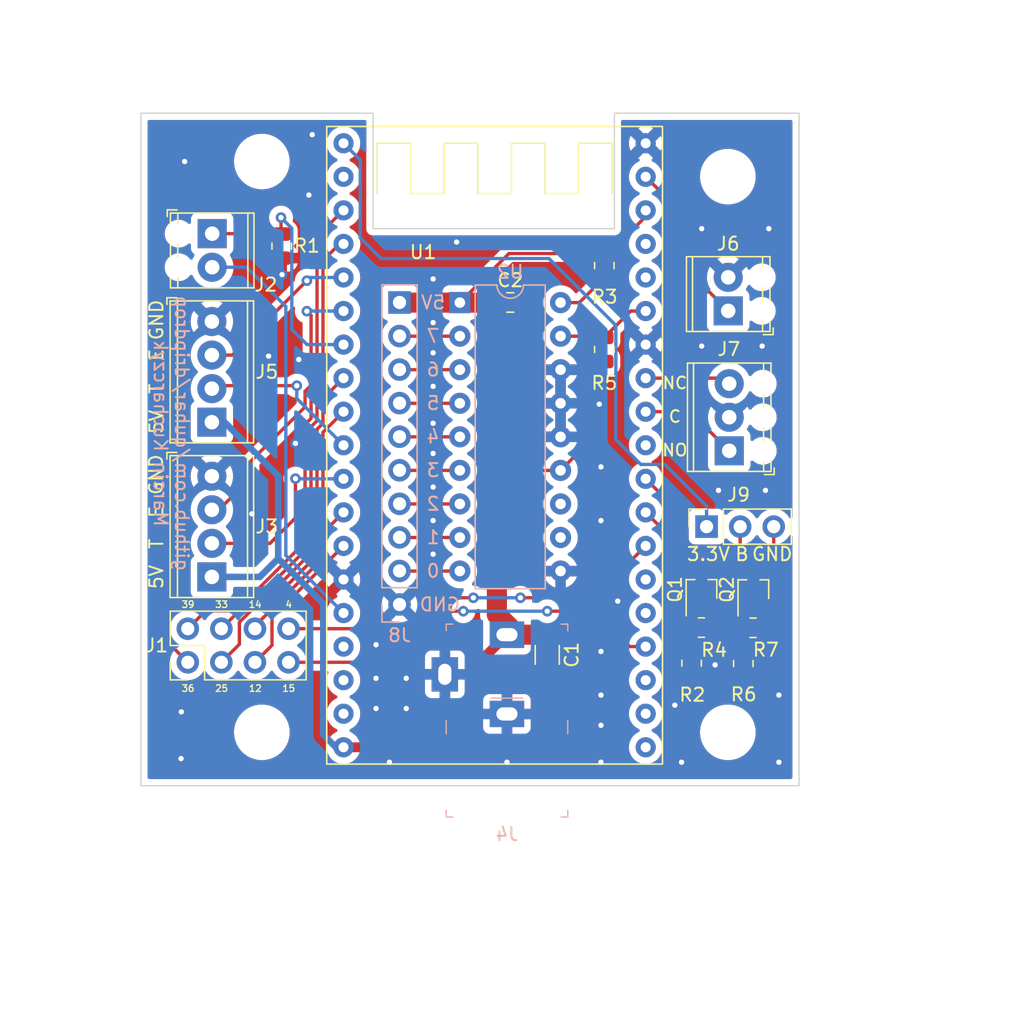
<source format=kicad_pcb>
(kicad_pcb (version 20211014) (generator pcbnew)
  (title_block (title "DripDrop") (date "2022-07-04") (rev "1") (company "Marcin Kucharczyk") (comment 1 "github.com/quhar/dripdrop"))
  (layers (0 "F.Cu" signal) (31 "B.Cu" signal) (34 "B.Paste" user) (35 "F.Paste" user) (36 "B.SilkS" user "B.Silkscreen") (37 "F.SilkS" user "F.Silkscreen") (38 "B.Mask" user) (39 "F.Mask" user) (44 "Edge.Cuts" user))
  (net 0 "")
  (net 1 "Net-(J1-Pad1)")
  (net 2 "Net-(J1-Pad2)")
  (net 3 "Net-(J1-Pad3)")
  (net 4 "Net-(J1-Pad5)")
  (net 5 "Net-(J1-Pad6)")
  (net 6 "Net-(J1-Pad8)")
  (net 7 "Net-(J2-Pad1)")
  (net 8 "Net-(J2-Pad2)")
  (net 9 "+5V")
  (net 10 "GND")
  (net 11 "Net-(J7-Pad3)")
  (net 12 "3.3V")
  (net 13 "Net-(J6-Pad1)")
  (net 14 "Net-(Q1-Pad1)")
  (net 15 "Net-(Q2-Pad1)")
  (net 16 "SCL")
  (net 17 "GPIO17")
  (net 18 "SDA")
  (net 19 "GPIO16")
  (net 34 "Net-(J1-Pad4)")
  (net 35 "Net-(J1-Pad7)")
  (net 36 "Net-(J7-Pad1)")
  (net 37 "Net-(J8-Pad2)")
  (net 38 "Net-(J8-Pad3)")
  (net 39 "Net-(J8-Pad4)")
  (net 40 "Net-(J8-Pad5)")
  (net 41 "Net-(J8-Pad6)")
  (net 42 "Net-(J8-Pad7)")
  (net 43 "Net-(J8-Pad8)")
  (net 44 "Net-(J8-Pad9)")
  (net 45 "Net-(J9-Pad3)")
  (net 46 "Net-(J9-Pad2)")
  (net 47 "Net-(J3-Pad2)")
  (net 48 "Net-(J3-Pad3)")
  (net 49 "Net-(U1-Pad5)")
  (net 50 "Net-(U1-Pad10)")
  (footprint "MountingHole:MountingHole_3.2mm_M3" (layer "F.Cu") (at 97.282 104.1654)
    (fp_text reference "" (at 0 -4.2) (layer "F.SilkS"))
    (fp_text value "MountingHole_3.2mm_M3")
    (pad "" np_thru_hole circle (at 0 0) (size 3.2 3.2) (drill 3.2) (layers *.Cu *.Mask))
  )
  (footprint "Resistor_SMD:R_0805_2012Metric" (layer "F.Cu") (at 123.19 75.184 90)
    (fp_text reference "R5" (at -2.54 0 180) (layer "F.SilkS"))
    (fp_text value "4.7k")
    (pad "1" smd roundrect (at -0.9125 0 90) (size 1.025 1.4) (layers "F.Cu" "F.Paste" "F.Mask") (roundrect_rratio 0.243902) (net 9 "+5V"))
    (pad "2" smd roundrect (at 0.9125 0 90) (size 1.025 1.4) (layers "F.Cu" "F.Paste" "F.Mask") (roundrect_rratio 0.243902) (net 18 "SDA"))
  )
  (footprint "Package_TO_SOT_SMD:SOT-323_SC-70_Handsoldering" (layer "F.Cu") (at 134.4653 93.3552 90)
    (fp_text reference "Q2" (at 0 -2 90) (layer "F.SilkS"))
    (fp_text value "2N7002")
    (pad "1" smd rect (at -1.33 -0.65) (size 0.45 1.5) (layers "F.Cu" "F.Paste" "F.Mask") (net 15 "Net-(Q2-Pad1)"))
    (pad "2" smd rect (at -1.33 0.65) (size 0.45 1.5) (layers "F.Cu" "F.Paste" "F.Mask") (net 10 "GND"))
    (pad "3" smd rect (at 1.33 0) (size 0.45 1.5) (layers "F.Cu" "F.Paste" "F.Mask") (net 45 "Net-(J9-Pad3)"))
  )
  (footprint "Connector_PinSocket_2.54mm:PinSocket_1x03_P2.54mm_Vertical" (layer "F.Cu") (at 130.9266 88.5956 90)
    (fp_text reference "J9" (at 2.4134 2.4234 180) (layer "F.SilkS"))
    (fp_text value "Garage remote")
    (pad "1" thru_hole rect (at 0 0 90) (size 1.7 1.7) (drill 1) (layers *.Cu *.Mask) (net 12 "3.3V"))
    (pad "2" thru_hole oval (at 0 2.54 90) (size 1.7 1.7) (drill 1) (layers *.Cu *.Mask) (net 46 "Net-(J9-Pad2)"))
    (pad "3" thru_hole oval (at 0 5.08 90) (size 1.7 1.7) (drill 1) (layers *.Cu *.Mask) (net 45 "Net-(J9-Pad3)"))
  )
  (footprint "TerminalBlock_Phoenix:TerminalBlock_Phoenix_MPT-0,5-2-2.54_1x02_P2.54mm_Horizontal" (layer "F.Cu") (at 93.5228 66.421 -90)
    (fp_text reference "J2" (at 3.8608 -4.064) (layer "F.SilkS"))
    (fp_text value "WH Termistor")
    (pad "" np_thru_hole circle (at 2.54 2.54 270) (size 1.1 1.1) (drill 1.1) (layers *.Cu *.Mask))
    (pad "" np_thru_hole circle (at 0 2.54 270) (size 1.1 1.1) (drill 1.1) (layers *.Cu *.Mask))
    (pad "1" thru_hole rect (at 0 0 270) (size 2.2 2.2) (drill 1.1) (layers *.Cu *.Mask) (net 7 "Net-(J2-Pad1)"))
    (pad "2" thru_hole circle (at 2.54 0 270) (size 2.2 2.2) (drill 1.1) (layers *.Cu *.Mask) (net 8 "Net-(J2-Pad2)"))
  )
  (footprint "Resistor_SMD:R_0805_2012Metric" (layer "F.Cu") (at 134.4418 96.2508)
    (fp_text reference "R7" (at 0.9656 1.6662) (layer "F.SilkS"))
    (fp_text value "10k")
    (pad "1" smd roundrect (at -0.9125 0) (size 1.025 1.4) (layers "F.Cu" "F.Paste" "F.Mask") (roundrect_rratio 0.243902) (net 15 "Net-(Q2-Pad1)"))
    (pad "2" smd roundrect (at 0.9125 0) (size 1.025 1.4) (layers "F.Cu" "F.Paste" "F.Mask") (roundrect_rratio 0.243902) (net 10 "GND"))
  )
  (footprint "Resistor_SMD:R_0805_2012Metric" (layer "F.Cu") (at 130.5385 96.2367)
    (fp_text reference "R4" (at 0.955 1.6995) (layer "F.SilkS"))
    (fp_text value "10k")
    (pad "1" smd roundrect (at -0.9125 0) (size 1.025 1.4) (layers "F.Cu" "F.Paste" "F.Mask") (roundrect_rratio 0.243902) (net 14 "Net-(Q1-Pad1)"))
    (pad "2" smd roundrect (at 0.9125 0) (size 1.025 1.4) (layers "F.Cu" "F.Paste" "F.Mask") (roundrect_rratio 0.243902) (net 10 "GND"))
  )
  (footprint "MountingHole:MountingHole_3.2mm_M3" (layer "F.Cu") (at 97.282 60.96)
    (fp_text reference "" (at 0 -4.2) (layer "F.SilkS"))
    (fp_text value "MountingHole_3.2mm_M3")
    (pad "" np_thru_hole circle (at 0 0) (size 3.2 3.2) (drill 3.2) (layers *.Cu *.Mask))
  )
  (footprint "Resistor_SMD:R_0805_2012Metric" (layer "F.Cu") (at 98.7806 67.3608 -90)
    (fp_text reference "R1" (at -0.0254 -1.905 180) (layer "F.SilkS"))
    (fp_text value "100k")
    (pad "1" smd roundrect (at -0.9125 0 270) (size 1.025 1.4) (layers "F.Cu" "F.Paste" "F.Mask") (roundrect_rratio 0.243902) (net 7 "Net-(J2-Pad1)"))
    (pad "2" smd roundrect (at 0.9125 0 270) (size 1.025 1.4) (layers "F.Cu" "F.Paste" "F.Mask") (roundrect_rratio 0.243902) (net 10 "GND"))
  )
  (footprint "Connector_PinHeader_2.54mm:PinHeader_2x04_P2.54mm_Vertical" (layer "F.Cu") (at 91.6786 98.8618 90)
    (fp_text reference "J1" (at 1.27 -2.3468 180) (layer "F.SilkS"))
    (fp_text value "Conn_01x08_Male")
    (pad "1" thru_hole circle (at 0 0 90) (size 1.7 1.7) (drill 1) (layers *.Cu *.Mask) (net 1 "Net-(J1-Pad1)"))
    (pad "2" thru_hole oval (at 2.54 0 90) (size 1.7 1.7) (drill 1) (layers *.Cu *.Mask) (net 2 "Net-(J1-Pad2)"))
    (pad "3" thru_hole oval (at 0 2.54 90) (size 1.7 1.7) (drill 1) (layers *.Cu *.Mask) (net 3 "Net-(J1-Pad3)"))
    (pad "4" thru_hole oval (at 2.54 2.54 90) (size 1.7 1.7) (drill 1) (layers *.Cu *.Mask) (net 34 "Net-(J1-Pad4)"))
    (pad "5" thru_hole oval (at 0 5.08 90) (size 1.7 1.7) (drill 1) (layers *.Cu *.Mask) (net 4 "Net-(J1-Pad5)"))
    (pad "6" thru_hole oval (at 2.54 5.08 90) (size 1.7 1.7) (drill 1) (layers *.Cu *.Mask) (net 5 "Net-(J1-Pad6)"))
    (pad "7" thru_hole oval (at 0 7.62 90) (size 1.7 1.7) (drill 1) (layers *.Cu *.Mask) (net 35 "Net-(J1-Pad7)"))
    (pad "8" thru_hole oval (at 2.54 7.62 90) (size 1.7 1.7) (drill 1) (layers *.Cu *.Mask) (net 6 "Net-(J1-Pad8)"))
  )
  (footprint "TerminalBlock_Phoenix:TerminalBlock_Phoenix_MPT-0,5-2-2.54_1x02_P2.54mm_Horizontal" (layer "F.Cu") (at 132.5626 72.263 90)
    (fp_text reference "J6" (at 5.08 0 180) (layer "F.SilkS"))
    (fp_text value "Door open reed")
    (pad "" np_thru_hole circle (at 2.54 2.54 90) (size 1.1 1.1) (drill 1.1) (layers *.Cu *.Mask))
    (pad "" np_thru_hole circle (at 0 2.54 90) (size 1.1 1.1) (drill 1.1) (layers *.Cu *.Mask))
    (pad "1" thru_hole rect (at 0 0 90) (size 2.2 2.2) (drill 1.1) (layers *.Cu *.Mask) (net 13 "Net-(J6-Pad1)"))
    (pad "2" thru_hole circle (at 2.54 0 90) (size 2.2 2.2) (drill 1.1) (layers *.Cu *.Mask) (net 10 "GND"))
  )
  (footprint "Resistor_SMD:R_0805_2012Metric" (layer "F.Cu") (at 123.19 68.834 90)
    (fp_text reference "R3" (at -2.3622 0.0254 180) (layer "F.SilkS"))
    (fp_text value "4.7k")
    (pad "1" smd roundrect (at -0.9125 0 90) (size 1.025 1.4) (layers "F.Cu" "F.Paste" "F.Mask") (roundrect_rratio 0.243902) (net 16 "SCL"))
    (pad "2" smd roundrect (at 0.9125 0 90) (size 1.025 1.4) (layers "F.Cu" "F.Paste" "F.Mask") (roundrect_rratio 0.243902) (net 9 "+5V"))
  )
  (footprint "Resistor_SMD:R_0805_2012Metric" (layer "F.Cu") (at 129.794 98.933 90)
    (fp_text reference "R2" (at -2.3876 0.0508 180) (layer "F.SilkS"))
    (fp_text value "100")
    (pad "1" smd roundrect (at -0.9125 0 90) (size 1.025 1.4) (layers "F.Cu" "F.Paste" "F.Mask") (roundrect_rratio 0.243902) (net 17 "GPIO17"))
    (pad "2" smd roundrect (at 0.9125 0 90) (size 1.025 1.4) (layers "F.Cu" "F.Paste" "F.Mask") (roundrect_rratio 0.243902) (net 14 "Net-(Q1-Pad1)"))
  )
  (footprint "qhr:NodeMCU 32S" (layer "F.Cu") (at 114.8888 82.436)
    (fp_text reference "U1" (at -5.4148 -14.618 unlocked) (layer "F.SilkS"))
    (fp_text value "NodeMCU_32s")
    (pad "1" thru_hole circle (at -11.43 -22.86) (size 1.524 1.524) (drill 0.762) (layers *.Cu *.Mask) (net 12 "3.3V"))
    (pad "2" thru_hole circle (at -11.43 -20.32) (size 1.524 1.524) (drill 0.762) (layers *.Cu *.Mask))
    (pad "3" thru_hole circle (at -11.43 -17.78) (size 1.524 1.524) (drill 0.762) (layers *.Cu *.Mask) (net 1 "Net-(J1-Pad1)"))
    (pad "4" thru_hole circle (at -11.43 -15.24) (size 1.524 1.524) (drill 0.762) (layers *.Cu *.Mask) (net 2 "Net-(J1-Pad2)"))
    (pad "5" thru_hole circle (at -11.43 -12.7) (size 1.524 1.524) (drill 0.762) (layers *.Cu *.Mask) (net 49 "Net-(U1-Pad5)"))
    (pad "6" thru_hole circle (at -11.43 -10.16) (size 1.524 1.524) (drill 0.762) (layers *.Cu *.Mask) (net 47 "Net-(J3-Pad2)"))
    (pad "7" thru_hole circle (at -11.43 -7.62) (size 1.524 1.524) (drill 0.762) (layers *.Cu *.Mask) (net 7 "Net-(J2-Pad1)"))
    (pad "8" thru_hole circle (at -11.43 -5.08) (size 1.524 1.524) (drill 0.762) (layers *.Cu *.Mask) (net 34 "Net-(J1-Pad4)"))
    (pad "9" thru_hole circle (at -11.43 -2.54) (size 1.524 1.524) (drill 0.762) (layers *.Cu *.Mask) (net 3 "Net-(J1-Pad3)"))
    (pad "10" thru_hole circle (at -11.43 0) (size 1.524 1.524) (drill 0.762) (layers *.Cu *.Mask) (net 50 "Net-(U1-Pad10)"))
    (pad "11" thru_hole circle (at -11.43 2.54) (size 1.524 1.524) (drill 0.762) (layers *.Cu *.Mask) (net 48 "Net-(J3-Pad3)"))
    (pad "12" thru_hole circle (at -11.43 5.08) (size 1.524 1.524) (drill 0.762) (layers *.Cu *.Mask) (net 5 "Net-(J1-Pad6)"))
    (pad "13" thru_hole circle (at -11.43 7.62) (size 1.524 1.524) (drill 0.762) (layers *.Cu *.Mask) (net 4 "Net-(J1-Pad5)"))
    (pad "14" thru_hole circle (at -11.43 10.16) (size 1.524 1.524) (drill 0.762) (layers *.Cu *.Mask) (net 10 "GND"))
    (pad "15" thru_hole circle (at -11.43 12.7) (size 1.524 1.524) (drill 0.762) (layers *.Cu *.Mask) (net 8 "Net-(J2-Pad2)"))
    (pad "16" thru_hole circle (at -11.43 15.24) (size 1.524 1.524) (drill 0.762) (layers *.Cu *.Mask))
    (pad "17" thru_hole circle (at -11.43 17.78) (size 1.524 1.524) (drill 0.762) (layers *.Cu *.Mask))
    (pad "18" thru_hole circle (at -11.43 20.32) (size 1.524 1.524) (drill 0.762) (layers *.Cu *.Mask))
    (pad "19" thru_hole circle (at -11.43 22.86) (size 1.524 1.524) (drill 0.762) (layers *.Cu *.Mask) (net 9 "+5V"))
    (pad "20" thru_hole circle (at 11.43 22.86) (size 1.524 1.524) (drill 0.762) (layers *.Cu *.Mask))
    (pad "21" thru_hole circle (at 11.43 20.32) (size 1.524 1.524) (drill 0.762) (layers *.Cu *.Mask))
    (pad "22" thru_hole circle (at 11.43 17.78) (size 1.524 1.524) (drill 0.762) (layers *.Cu *.Mask))
    (pad "23" thru_hole circle (at 11.43 15.24) (size 1.524 1.524) (drill 0.762) (layers *.Cu *.Mask) (net 35 "Net-(J1-Pad7)"))
    (pad "24" thru_hole circle (at 11.43 12.7) (size 1.524 1.524) (drill 0.762) (layers *.Cu *.Mask))
    (pad "25" thru_hole circle (at 11.43 10.16) (size 1.524 1.524) (drill 0.762) (layers *.Cu *.Mask))
    (pad "26" thru_hole circle (at 11.43 7.62) (size 1.524 1.524) (drill 0.762) (layers *.Cu *.Mask) (net 6 "Net-(J1-Pad8)"))
    (pad "27" thru_hole circle (at 11.43 5.08) (size 1.524 1.524) (drill 0.762) (layers *.Cu *.Mask) (net 19 "GPIO16"))
    (pad "28" thru_hole circle (at 11.43 2.54) (size 1.524 1.524) (drill 0.762) (layers *.Cu *.Mask) (net 17 "GPIO17"))
    (pad "29" thru_hole circle (at 11.43 0) (size 1.524 1.524) (drill 0.762) (layers *.Cu *.Mask))
    (pad "30" thru_hole circle (at 11.43 -2.54) (size 1.524 1.524) (drill 0.762) (layers *.Cu *.Mask) (net 36 "Net-(J7-Pad1)"))
    (pad "31" thru_hole circle (at 11.43 -5.08) (size 1.524 1.524) (drill 0.762) (layers *.Cu *.Mask) (net 11 "Net-(J7-Pad3)"))
    (pad "32" thru_hole circle (at 11.43 -7.62) (size 1.524 1.524) (drill 0.762) (layers *.Cu *.Mask) (net 10 "GND"))
    (pad "33" thru_hole circle (at 11.43 -10.16) (size 1.524 1.524) (drill 0.762) (layers *.Cu *.Mask) (net 18 "SDA"))
    (pad "34" thru_hole circle (at 11.43 -12.7) (size 1.524 1.524) (drill 0.762) (layers *.Cu *.Mask))
    (pad "35" thru_hole circle (at 11.43 -15.24) (size 1.524 1.524) (drill 0.762) (layers *.Cu *.Mask))
    (pad "36" thru_hole circle (at 11.43 -17.78) (size 1.524 1.524) (drill 0.762) (layers *.Cu *.Mask) (net 16 "SCL"))
    (pad "37" thru_hole circle (at 11.43 -20.32) (size 1.524 1.524) (drill 0.762) (layers *.Cu *.Mask) (net 13 "Net-(J6-Pad1)"))
    (pad "38" thru_hole circle (at 11.43 -22.86) (size 1.524 1.524) (drill 0.762) (layers *.Cu *.Mask) (net 10 "GND"))
  )
  (footprint "TerminalBlock_Phoenix:TerminalBlock_Phoenix_MPT-0,5-4-2.54_1x04_P2.54mm_Horizontal" (layer "F.Cu") (at 93.4974 73.0708 -90)
    (fp_text reference "J5" (at 3.81 -4.16) (layer "F.SilkS"))
    (fp_text value "Ultrasonic Sensor")
    (pad "1" thru_hole circle (at 0 0 270) (size 2.2 2.2) (drill 1.1) (layers *.Cu *.Mask) (net 10 "GND"))
    (pad "2" thru_hole circle (at 2.54 0 270) (size 2.2 2.2) (drill 1.1) (layers *.Cu *.Mask) (net 49 "Net-(U1-Pad5)"))
    (pad "3" thru_hole circle (at 5.08 0 270) (size 2.2 2.2) (drill 1.1) (layers *.Cu *.Mask) (net 50 "Net-(U1-Pad10)"))
    (pad "4" thru_hole rect (at 7.62 0 270) (size 2.2 2.2) (drill 1.1) (layers *.Cu *.Mask) (net 9 "+5V"))
  )
  (footprint "Capacitor_SMD:C_1206_3216Metric_Pad1.33x1.80mm_HandSolder" (layer "F.Cu") (at 118.872 98.298 -90)
    (fp_text reference "C1" (at 0 -1.85 90) (layer "F.SilkS"))
    (fp_text value "10uF")
    (pad "1" smd roundrect (at -1.5625 0 270) (size 1.325 1.8) (layers "F.Cu" "F.Paste" "F.Mask") (roundrect_rratio 0.188679) (net 9 "+5V"))
    (pad "2" smd roundrect (at 1.5625 0 270) (size 1.325 1.8) (layers "F.Cu" "F.Paste" "F.Mask") (roundrect_rratio 0.188679) (net 10 "GND"))
  )
  (footprint "Capacitor_SMD:C_0805_2012Metric_Pad1.18x1.45mm_HandSolder" (layer "F.Cu") (at 116.078 71.628)
    (fp_text reference "C2" (at 0 -1.68) (layer "F.SilkS"))
    (fp_text value "100nF")
    (pad "1" smd roundrect (at -1.0375 0) (size 1.175 1.45) (layers "F.Cu" "F.Paste" "F.Mask") (roundrect_rratio 0.212766) (net 9 "+5V"))
    (pad "2" smd roundrect (at 1.0375 0) (size 1.175 1.45) (layers "F.Cu" "F.Paste" "F.Mask") (roundrect_rratio 0.212766) (net 10 "GND"))
  )
  (footprint "Package_TO_SOT_SMD:SOT-323_SC-70_Handsoldering" (layer "F.Cu") (at 130.5385 93.3411 90)
    (fp_text reference "Q1" (at 0 -2 90) (layer "F.SilkS"))
    (fp_text value "2N7002")
    (pad "1" smd rect (at -1.33 -0.65) (size 0.45 1.5) (layers "F.Cu" "F.Paste" "F.Mask") (net 14 "Net-(Q1-Pad1)"))
    (pad "2" smd rect (at -1.33 0.65) (size 0.45 1.5) (layers "F.Cu" "F.Paste" "F.Mask") (net 10 "GND"))
    (pad "3" smd rect (at 1.33 0) (size 0.45 1.5) (layers "F.Cu" "F.Paste" "F.Mask") (net 46 "Net-(J9-Pad2)"))
  )
  (footprint "TerminalBlock_Phoenix:TerminalBlock_Phoenix_MPT-0,5-3-2.54_1x03_P2.54mm_Horizontal" (layer "F.Cu") (at 132.6388 82.8548 90)
    (fp_text reference "J7" (at 7.6962 -0.0254 180) (layer "F.SilkS"))
    (fp_text value "Door closed reed")
    (pad "" np_thru_hole circle (at 5.08 2.54 90) (size 1.1 1.1) (drill 1.1) (layers *.Cu *.Mask))
    (pad "" np_thru_hole circle (at 2.54 2.54 90) (size 1.1 1.1) (drill 1.1) (layers *.Cu *.Mask))
    (pad "" np_thru_hole circle (at 0 2.54 90) (size 1.1 1.1) (drill 1.1) (layers *.Cu *.Mask))
    (pad "1" thru_hole rect (at 0 0 90) (size 2.2 2.2) (drill 1.1) (layers *.Cu *.Mask) (net 36 "Net-(J7-Pad1)"))
    (pad "2" thru_hole circle (at 2.54 0 90) (size 2.2 2.2) (drill 1.1) (layers *.Cu *.Mask) (net 10 "GND"))
    (pad "3" thru_hole circle (at 5.08 0 90) (size 2.2 2.2) (drill 1.1) (layers *.Cu *.Mask) (net 11 "Net-(J7-Pad3)"))
  )
  (footprint "TerminalBlock_Phoenix:TerminalBlock_Phoenix_MPT-0,5-4-2.54_1x04_P2.54mm_Horizontal" (layer "F.Cu") (at 93.4974 84.7802 -90)
    (fp_text reference "J3" (at 3.81 -4.16 180) (layer "F.SilkS"))
    (fp_text value "Ultrasonic Sensor")
    (pad "1" thru_hole circle (at 0 0 270) (size 2.2 2.2) (drill 1.1) (layers *.Cu *.Mask) (net 10 "GND"))
    (pad "2" thru_hole circle (at 2.54 0 270) (size 2.2 2.2) (drill 1.1) (layers *.Cu *.Mask) (net 47 "Net-(J3-Pad2)"))
    (pad "3" thru_hole circle (at 5.08 0 270) (size 2.2 2.2) (drill 1.1) (layers *.Cu *.Mask) (net 48 "Net-(J3-Pad3)"))
    (pad "4" thru_hole rect (at 7.62 0 270) (size 2.2 2.2) (drill 1.1) (layers *.Cu *.Mask) (net 9 "+5V"))
  )
  (footprint "Resistor_SMD:R_0805_2012Metric" (layer "F.Cu") (at 133.7056 98.9584 90)
    (fp_text reference "R6" (at -2.3368 0.0254) (layer "F.SilkS"))
    (fp_text value "100")
    (pad "1" smd roundrect (at -0.9125 0 90) (size 1.025 1.4) (layers "F.Cu" "F.Paste" "F.Mask") (roundrect_rratio 0.243902) (net 19 "GPIO16"))
    (pad "2" smd roundrect (at 0.9125 0 90) (size 1.025 1.4) (layers "F.Cu" "F.Paste" "F.Mask") (roundrect_rratio 0.243902) (net 15 "Net-(Q2-Pad1)"))
  )
  (footprint "MountingHole:MountingHole_3.2mm_M3" (layer "F.Cu") (at 132.5372 104.1654)
    (fp_text reference "" (at 0.4826 -13.1064) (layer "F.SilkS"))
    (fp_text value "MountingHole_3.2mm_M3")
    (pad "" np_thru_hole circle (at 0 0) (size 3.2 3.2) (drill 3.2) (layers *.Cu *.Mask))
  )
  (footprint "MountingHole:MountingHole_3.2mm_M3" (layer "F.Cu") (at 132.5372 62.103)
    (fp_text reference "" (at 0.4826 -13.1064) (layer "F.SilkS"))
    (fp_text value "MountingHole_3.2mm_M3")
    (pad "" np_thru_hole circle (at 0 0) (size 3.2 3.2) (drill 3.2) (layers *.Cu *.Mask))
  )
  (footprint "digikey-footprints:Barrel_Jack_5.5mmODx2.1mmID_PJ-102A" (layer "B.Cu") (at 115.824 99.774)
    (fp_text reference "J4" (at 0 12.1 180) (layer "B.SilkS") (effects (justify mirror)))
    (fp_text value "PJ-202A")
    (pad "1" thru_hole rect locked (at 0 -3) (size 2.6 2) (drill oval 1.6 1) (layers *.Cu *.Mask) (net 9 "+5V"))
    (pad "2" thru_hole rect locked (at 0 3) (size 2.6 2) (drill oval 1.6 1) (layers *.Cu *.Mask) (net 10 "GND"))
    (pad "3" thru_hole rect locked (at -4.7 0) (size 2 2.6) (drill oval 1 1.6) (layers *.Cu *.Mask) (net 10 "GND"))
  )
  (footprint "Package_DIP:DIP-18_W7.62mm" (layer "B.Cu") (at 119.878 71.638 180)
    (fp_text reference "U2" (at 3.81 2.33) (layer "B.SilkS") (effects (justify mirror)))
    (fp_text value "MCP23008-xP")
    (pad "1" thru_hole circle (at 0 0 180) (size 1.6 1.6) (drill 0.8) (layers *.Cu *.Mask) (net 16 "SCL"))
    (pad "2" thru_hole oval (at 0 -2.54 180) (size 1.6 1.6) (drill 0.8) (layers *.Cu *.Mask) (net 18 "SDA"))
    (pad "3" thru_hole oval (at 0 -5.08 180) (size 1.6 1.6) (drill 0.8) (layers *.Cu *.Mask) (net 10 "GND"))
    (pad "4" thru_hole oval (at 0 -7.62 180) (size 1.6 1.6) (drill 0.8) (layers *.Cu *.Mask) (net 10 "GND"))
    (pad "5" thru_hole oval (at 0 -10.16 180) (size 1.6 1.6) (drill 0.8) (layers *.Cu *.Mask) (net 10 "GND"))
    (pad "6" thru_hole oval (at 0 -12.7 180) (size 1.6 1.6) (drill 0.8) (layers *.Cu *.Mask) (net 9 "+5V"))
    (pad "7" thru_hole oval (at 0 -15.24 180) (size 1.6 1.6) (drill 0.8) (layers *.Cu *.Mask))
    (pad "8" thru_hole oval (at 0 -17.78 180) (size 1.6 1.6) (drill 0.8) (layers *.Cu *.Mask))
    (pad "9" thru_hole oval (at 0 -20.32 180) (size 1.6 1.6) (drill 0.8) (layers *.Cu *.Mask) (net 10 "GND"))
    (pad "10" thru_hole oval (at 7.62 -20.32 180) (size 1.6 1.6) (drill 0.8) (layers *.Cu *.Mask) (net 37 "Net-(J8-Pad2)"))
    (pad "11" thru_hole oval (at 7.62 -17.78 180) (size 1.6 1.6) (drill 0.8) (layers *.Cu *.Mask) (net 38 "Net-(J8-Pad3)"))
    (pad "12" thru_hole oval (at 7.62 -15.24 180) (size 1.6 1.6) (drill 0.8) (layers *.Cu *.Mask) (net 39 "Net-(J8-Pad4)"))
    (pad "13" thru_hole oval (at 7.62 -12.7 180) (size 1.6 1.6) (drill 0.8) (layers *.Cu *.Mask) (net 40 "Net-(J8-Pad5)"))
    (pad "14" thru_hole oval (at 7.62 -10.16 180) (size 1.6 1.6) (drill 0.8) (layers *.Cu *.Mask) (net 41 "Net-(J8-Pad6)"))
    (pad "15" thru_hole oval (at 7.62 -7.62 180) (size 1.6 1.6) (drill 0.8) (layers *.Cu *.Mask) (net 42 "Net-(J8-Pad7)"))
    (pad "16" thru_hole oval (at 7.62 -5.08 180) (size 1.6 1.6) (drill 0.8) (layers *.Cu *.Mask) (net 43 "Net-(J8-Pad8)"))
    (pad "17" thru_hole oval (at 7.62 -2.54 180) (size 1.6 1.6) (drill 0.8) (layers *.Cu *.Mask) (net 44 "Net-(J8-Pad9)"))
    (pad "18" thru_hole rect (at 7.62 0 180) (size 1.6 1.6) (drill 0.8) (layers *.Cu *.Mask) (net 9 "+5V"))
  )
  (footprint "Connector_PinHeader_2.54mm:PinHeader_1x10_P2.54mm_Vertical" (layer "B.Cu") (at 107.696 94.488)
    (fp_text reference "J8" (at 0 2.33 180) (layer "B.SilkS") (effects (justify mirror)))
    (fp_text value "Relay module")
    (pad "1" thru_hole circle (at 0 0) (size 1.7 1.7) (drill 1) (layers *.Cu *.Mask) (net 10 "GND"))
    (pad "2" thru_hole oval (at 0 -2.54) (size 1.7 1.7) (drill 1) (layers *.Cu *.Mask) (net 37 "Net-(J8-Pad2)"))
    (pad "3" thru_hole oval (at 0 -5.08) (size 1.7 1.7) (drill 1) (layers *.Cu *.Mask) (net 38 "Net-(J8-Pad3)"))
    (pad "4" thru_hole oval (at 0 -7.62) (size 1.7 1.7) (drill 1) (layers *.Cu *.Mask) (net 39 "Net-(J8-Pad4)"))
    (pad "5" thru_hole oval (at 0 -10.16) (size 1.7 1.7) (drill 1) (layers *.Cu *.Mask) (net 40 "Net-(J8-Pad5)"))
    (pad "6" thru_hole oval (at 0 -12.7) (size 1.7 1.7) (drill 1) (layers *.Cu *.Mask) (net 41 "Net-(J8-Pad6)"))
    (pad "7" thru_hole oval (at 0 -15.24) (size 1.7 1.7) (drill 1) (layers *.Cu *.Mask) (net 42 "Net-(J8-Pad7)"))
    (pad "8" thru_hole oval (at 0 -17.78) (size 1.7 1.7) (drill 1) (layers *.Cu *.Mask) (net 43 "Net-(J8-Pad8)"))
    (pad "9" thru_hole oval (at 0 -20.32) (size 1.7 1.7) (drill 1) (layers *.Cu *.Mask) (net 44 "Net-(J8-Pad9)"))
    (pad "10" thru_hole rect (at 0 -22.86) (size 1.7 1.7) (drill 1) (layers *.Cu *.Mask) (net 9 "+5V"))
  )
  (gr_line (start 137.922 57.3024) (end 137.922 108.204) (layer "Edge.Cuts") (width 0.1))
  (gr_line (start 88.13 108.204) (end 88.13 57.3024) (layer "Edge.Cuts") (width 0.1))
  (gr_line (start 123.952 66.04) (end 105.6894 66.04) (layer "Edge.Cuts") (width 0.1))
  (gr_line (start 105.6894 57.3024) (end 88.13 57.3024) (layer "Edge.Cuts") (width 0.1))
  (gr_line (start 137.922 108.204) (end 88.13 108.204) (layer "Edge.Cuts") (width 0.1))
  (gr_line (start 123.952 57.3024) (end 123.952 66.04) (layer "Edge.Cuts") (width 0.1))
  (gr_line (start 123.952 57.3024) (end 137.922 57.3024) (layer "Edge.Cuts") (width 0.1))
  (gr_line (start 105.6894 66.04) (end 105.6894 57.3024) (layer "Edge.Cuts") (width 0.1))
  (gr_text "1" (at 110.236 89.408) (layer "B.SilkS") (effects (font (size 1 1)) (justify mirror)))
  (gr_text "2" (at 110.236 86.868) (layer "B.SilkS") (effects (font (size 1 1)) (justify mirror)))
  (gr_text "7" (at 110.236 74.168) (layer "B.SilkS") (effects (font (size 1 1)) (justify mirror)))
  (gr_text "5" (at 110.236 79.248) (layer "B.SilkS") (effects (font (size 1 1)) (justify mirror)))
  (gr_text "github.com/quhar/dripdrop\nMarcin Kucharczyk" (at 90.424 81.534 -90) (layer "B.SilkS") (effects (font (size 1 1)) (justify mirror)))
  (gr_text "6" (at 110.236 76.708) (layer "B.SilkS") (effects (font (size 1 1)) (justify mirror)))
  (gr_text "0" (at 110.236 91.948) (layer "B.SilkS") (effects (font (size 1 1)) (justify mirror)))
  (gr_text "5V" (at 110.236 71.628) (layer "B.SilkS") (effects (font (size 1 1)) (justify mirror)))
  (gr_text "4" (at 110.236 81.788) (layer "B.SilkS") (effects (font (size 1 1)) (justify mirror)))
  (gr_text "3" (at 110.236 84.328) (layer "B.SilkS") (effects (font (size 1 1)) (justify mirror)))
  (gr_text "GND" (at 110.744 94.488) (layer "B.SilkS") (effects (font (size 1 1)) (justify mirror)))
  (gr_text "E" (at 89.3064 75.5904 90) (layer "F.SilkS") (effects (font (size 1 1))))
  (gr_text "NO" (at 128.524 82.804) (layer "F.SilkS") (effects (font (size 0.9 0.9))))
  (gr_text "3.3V" (at 131.064 90.678) (layer "F.SilkS") (effects (font (size 1 1))))
  (gr_text "GND" (at 89.3064 72.9488 90) (layer "F.SilkS") (effects (font (size 1 1))))
  (gr_text "NC" (at 128.524 77.724) (layer "F.SilkS") (effects (font (size 0.9 0.9))))
  (gr_text "T" (at 89.3064 89.8906 90) (layer "F.SilkS") (effects (font (size 1 1))))
  (gr_text "33" (at 94.234 94.488) (layer "F.SilkS") (effects (font (size 0.5 0.5) (thickness 0.1))))
  (gr_text "39" (at 91.694 94.488) (layer "F.SilkS") (effects (font (size 0.5 0.5) (thickness 0.1))))
  (gr_text "5V" (at 89.3064 92.4052 90) (layer "F.SilkS") (effects (font (size 1 1))))
  (gr_text "36" (at 91.694 100.838) (layer "F.SilkS") (effects (font (size 0.5 0.5) (thickness 0.1))))
  (gr_text "14" (at 96.774 94.488) (layer "F.SilkS") (effects (font (size 0.5 0.5) (thickness 0.1))))
  (gr_text "4" (at 99.314 94.488) (layer "F.SilkS") (effects (font (size 0.5 0.5) (thickness 0.1))))
  (gr_text "C" (at 128.524 80.264) (layer "F.SilkS") (effects (font (size 0.9 0.9))))
  (gr_text "5V" (at 89.3064 80.6704 90) (layer "F.SilkS") (effects (font (size 1 1))))
  (gr_text "B" (at 133.604 90.678) (layer "F.SilkS") (effects (font (size 1 1))))
  (gr_text "12" (at 96.7886 100.838) (layer "F.SilkS") (effects (font (size 0.5 0.5) (thickness 0.1))))
  (gr_text "GND" (at 135.89 90.678) (layer "F.SilkS") (effects (font (size 1 1))))
  (gr_text "GND" (at 89.281 84.6582 90) (layer "F.SilkS") (effects (font (size 1 1))))
  (gr_text "T" (at 89.3064 78.1558 90) (layer "F.SilkS") (effects (font (size 1 1))))
  (gr_text "25" (at 94.234 100.838) (layer "F.SilkS") (effects (font (size 0.5 0.5) (thickness 0.1))))
  (gr_text "15" (at 99.314 100.838) (layer "F.SilkS") (effects (font (size 0.5 0.5) (thickness 0.1))))
  (gr_text "E" (at 89.3064 87.4776 90) (layer "F.SilkS") (effects (font (size 1 1))))
  (segment (start 91.2296 94.5206) (end 90.043 95.7072) (width 0.25) (layer "F.Cu") (net 1))
  (segment (start 100.5488 87.855728) (end 100.087374 88.317154) (width 0.25) (layer "F.Cu") (net 1))
  (segment (start 103.4588 64.656) (end 103.4412 64.656) (width 0.25) (layer "F.Cu") (net 1))
  (segment (start 101.4548 66.6424) (end 101.4548 78.08438) (width 0.25) (layer "F.Cu") (net 1))
  (segment (start 95.800832 93.463948) (end 94.74418 94.5206) (width 0.25) (layer "F.Cu") (net 1))
  (segment (start 101.4548 78.08438) (end 101.0028 78.53638) (width 0.25) (layer "F.Cu") (net 1))
  (segment (start 100.5488 80.852379) (end 100.5488 87.855728) (width 0.25) (layer "F.Cu") (net 1))
  (segment (start 101.0028 80.398379) (end 100.5488 80.852379) (width 0.25) (layer "F.Cu") (net 1))
  (segment (start 91.6786 98.8618) (end 90.043 97.2262) (width 0.254) (layer "F.Cu") (net 1))
  (segment (start 103.4412 64.656) (end 101.4548 66.6424) (width 0.25) (layer "F.Cu") (net 1))
  (segment (start 96.849076 93.463948) (end 95.800832 93.463948) (width 0.25) (layer "F.Cu") (net 1))
  (segment (start 100.087374 88.317154) (end 100.087374 90.22565) (width 0.25) (layer "F.Cu") (net 1))
  (segment (start 100.087374 90.22565) (end 96.849076 93.463948) (width 0.25) (layer "F.Cu") (net 1))
  (segment (start 101.0028 78.53638) (end 101.0028 80.398379) (width 0.25) (layer "F.Cu") (net 1))
  (segment (start 94.74418 94.5206) (end 91.2296 94.5206) (width 0.25) (layer "F.Cu") (net 1))
  (segment (start 90.043 97.2262) (end 90.043 95.7072) (width 0.254) (layer "F.Cu") (net 1))
  (segment (start 101.4528 78.722776) (end 101.4528 80.584775) (width 0.25) (layer "F.Cu") (net 2))
  (segment (start 100.9988 88.042124) (end 100.537374 88.50355) (width 0.25) (layer "F.Cu") (net 2))
  (segment (start 95.987228 93.913948) (end 94.930576 94.9706) (width 0.25) (layer "F.Cu") (net 2))
  (segment (start 101.4528 80.584775) (end 100.9988 81.038775) (width 0.25) (layer "F.Cu") (net 2))
  (segment (start 101.9048 68.453) (end 101.9048 78.270776) (width 0.25) (layer "F.Cu") (net 2))
  (segment (start 100.537374 88.50355) (end 100.537374 90.412046) (width 0.25) (layer "F.Cu") (net 2))
  (segment (start 100.9988 81.038775) (end 100.9988 88.042124) (width 0.25) (layer "F.Cu") (net 2))
  (segment (start 93.0298 94.9706) (end 91.6786 96.3218) (width 0.25) (layer "F.Cu") (net 2))
  (segment (start 94.930576 94.9706) (end 93.0298 94.9706) (width 0.25) (layer "F.Cu") (net 2))
  (segment (start 100.537374 90.412046) (end 97.035472 93.913948) (width 0.25) (layer "F.Cu") (net 2))
  (segment (start 103.1618 67.196) (end 101.9048 68.453) (width 0.25) (layer "F.Cu") (net 2))
  (segment (start 103.4588 67.196) (end 103.1618 67.196) (width 0.25) (layer "F.Cu") (net 2))
  (segment (start 101.9048 78.270776) (end 101.4528 78.722776) (width 0.25) (layer "F.Cu") (net 2))
  (segment (start 97.035472 93.913948) (end 95.987228 93.913948) (width 0.25) (layer "F.Cu") (net 2))
  (segment (start 101.443374 90.787322) (end 101.443374 88.878826) (width 0.254) (layer "F.Cu") (net 3))
  (segment (start 95.5802 97.5002) (end 95.5802 95.83567) (width 0.254) (layer "F.Cu") (net 3))
  (segment (start 96.595922 94.819948) (end 97.410748 94.819948) (width 0.254) (layer "F.Cu") (net 3))
  (segment (start 101.9048 81.45) (end 103.4588 79.896) (width 0.254) (layer "F.Cu") (net 3))
  (segment (start 101.443374 88.878826) (end 101.9048 88.4174) (width 0.254) (layer "F.Cu") (net 3))
  (segment (start 97.410748 94.819948) (end 101.443374 90.787322) (width 0.254) (layer "F.Cu") (net 3))
  (segment (start 94.2186 98.8618) (end 95.5802 97.5002) (width 0.254) (layer "F.Cu") (net 3))
  (segment (start 101.9048 88.4174) (end 101.9048 81.45) (width 0.254) (layer "F.Cu") (net 3))
  (segment (start 95.5802 95.83567) (end 96.595922 94.819948) (width 0.254) (layer "F.Cu") (net 3))
  (segment (start 103.4588 90.056) (end 98.047949 95.466851) (width 0.254) (layer "F.Cu") (net 4))
  (segment (start 98.047949 95.466851) (end 98.047949 97.572451) (width 0.254) (layer "F.Cu") (net 4))
  (segment (start 98.047949 97.572451) (end 96.7586 98.8618) (width 0.254) (layer "F.Cu") (net 4))
  (segment (start 101.897374 89.077426) (end 103.4588 87.516) (width 0.254) (layer "F.Cu") (net 5))
  (segment (start 101.897374 90.975374) (end 101.897374 89.077426) (width 0.254) (layer "F.Cu") (net 5))
  (segment (start 96.7586 96.114148) (end 101.897374 90.975374) (width 0.254) (layer "F.Cu") (net 5))
  (segment (start 96.7586 96.3218) (end 96.7586 96.114148) (width 0.254) (layer "F.Cu") (net 5))
  (segment (start 122.3948 93.98) (end 116.84 93.98) (width 0.254) (layer "F.Cu") (net 6))
  (segment (start 112.014 93.98) (end 109.6722 96.3218) (width 0.254) (layer "F.Cu") (net 6))
  (segment (start 126.3188 90.056) (end 122.3948 93.98) (width 0.254) (layer "F.Cu") (net 6))
  (segment (start 109.6722 96.3218) (end 99.2986 96.3218) (width 0.254) (layer "F.Cu") (net 6))
  (segment (start 113.284 93.98) (end 112.014 93.98) (width 0.254) (layer "F.Cu") (net 6))
  (via (at 116.84 93.98) (size 0.8) (drill 0.4) (layers "F.Cu" "B.Cu") (net 6))
  (via (at 113.284 93.98) (size 0.8) (drill 0.4) (layers "F.Cu" "B.Cu") (net 6))
  (segment (start 113.284 93.98) (end 116.84 93.98) (width 0.254) (layer "B.Cu") (net 6))
  (segment (start 93.5228 66.421) (end 98.7533 66.421) (width 0.254) (layer "F.Cu") (net 7))
  (segment (start 98.7533 66.421) (end 98.7806 66.4483) (width 0.254) (layer "F.Cu") (net 7))
  (segment (start 98.7298 65.2018) (end 98.7298 66.3975) (width 0.254) (layer "F.Cu") (net 7))
  (segment (start 98.7298 66.3975) (end 98.7806 66.4483) (width 0.254) (layer "F.Cu") (net 7))
  (via (at 98.7298 65.2018) (size 0.8) (drill 0.4) (layers "F.Cu" "B.Cu") (net 7))
  (segment (start 99.549 66.021) (end 99.549 73.6664) (width 0.254) (layer "B.Cu") (net 7))
  (segment (start 98.7298 65.2018) (end 99.549 66.021) (width 0.254) (layer "B.Cu") (net 7))
  (segment (start 100.6986 74.816) (end 99.549 73.6664) (width 0.254) (layer "B.Cu") (net 7))
  (segment (start 103.4588 74.816) (end 100.6986 74.816) (width 0.254) (layer "B.Cu") (net 7))
  (segment (start 99.095 90.7722) (end 99.095 71.932) (width 0.254) (layer "B.Cu") (net 8))
  (segment (start 96.124 68.961) (end 99.095 71.932) (width 0.254) (layer "B.Cu") (net 8))
  (segment (start 93.5228 68.961) (end 96.124 68.961) (width 0.254) (layer "B.Cu") (net 8))
  (segment (start 103.4588 95.136) (end 99.095 90.7722) (width 0.254) (layer "B.Cu") (net 8))
  (segment (start 112.257992 71.638008) (end 107.706008 71.638008) (width 1.524) (layer "F.Cu") (net 9))
  (segment (start 115.062 95.25) (end 116.586 96.774) (width 1.524) (layer "F.Cu") (net 9))
  (segment (start 113.3348 103.0732) (end 113.3348 99.2632) (width 0.75) (layer "F.Cu") (net 9))
  (segment (start 113.3348 99.2632) (end 115.824 96.774) (width 0.75) (layer "F.Cu") (net 9))
  (segment (start 115.824 96.774) (end 118.9105 96.774) (width 1.524) (layer "F.Cu") (net 9))
  (segment (start 115.062 84.074) (end 115.062 95.25) (width 1.524) (layer "F.Cu") (net 9))
  (segment (start 119.878 84.338) (end 115.326 84.338) (width 0.254) (layer "F.Cu") (net 9))
  (segment (start 121.3708 77.9157) (end 121.3708 82.8452) (width 0.254) (layer "F.Cu") (net 9))
  (segment (start 115.0405 71.628) (end 115.062 71.6495) (width 0.254) (layer "F.Cu") (net 9))
  (segment (start 123.19 76.0965) (end 121.3708 77.9157) (width 0.254) (layer "F.Cu") (net 9))
  (segment (start 116.586 96.774) (end 116.03 96.774) (width 0.254) (layer "F.Cu") (net 9))
  (segment (start 111.112 105.296) (end 113.3348 103.0732) (width 0.75) (layer "F.Cu") (net 9))
  (segment (start 115.0305 71.638) (end 115.0405 71.628) (width 0.254) (layer "F.Cu") (net 9))
  (segment (start 121.3708 82.8452) (end 119.878 84.338) (width 0.254) (layer "F.Cu") (net 9))
  (segment (start 116.03 96.774) (end 115.824 96.568) (width 0.254) (layer "F.Cu") (net 9))
  (segment (start 112.258 71.638) (end 115.0305 71.638) (width 1.524) (layer "F.Cu") (net 9))
  (segment (start 115.326 84.338) (end 115.062 84.074) (width 0.254) (layer "F.Cu") (net 9))
  (segment (start 107.706 71.638) (end 107.696 71.628) (width 0.254) (layer "F.Cu") (net 9))
  (segment (start 103.4588 105.296) (end 111.112 105.296) (width 0.75) (layer "F.Cu") (net 9))
  (segment (start 123.19 67.9215) (end 115.9745 67.9215) (width 0.254) (layer "F.Cu") (net 9))
  (segment (start 115.062 71.6495) (end 115.062 84.074) (width 1.524) (layer "F.Cu") (net 9))
  (segment (start 115.9745 67.9215) (end 112.258 71.638) (width 0.254) (layer "F.Cu") (net 9))
  (segment (start 98.518 84.7512) (end 94.4576 80.6908) (width 0.5) (layer "B.Cu") (net 9))
  (segment (start 98.518 91.011201) (end 98.518 84.7512) (width 0.5) (layer "B.Cu") (net 9))
  (segment (start 94.4576 80.6908) (end 93.4974 80.6908) (width 0.5) (layer "B.Cu") (net 9))
  (segment (start 103.4588 105.296) (end 102.883 105.296) (width 0.5) (layer "B.Cu") (net 9))
  (segment (start 97.129001 92.4002) (end 93.4974 92.4002) (width 0.5) (layer "B.Cu") (net 9))
  (segment (start 101.9302 94.423402) (end 98.518 91.011201) (width 0.5) (layer "B.Cu") (net 9))
  (segment (start 102.883 105.296) (end 101.9302 104.3432) (width 0.5) (layer "B.Cu") (net 9))
  (segment (start 101.9302 104.3432) (end 101.9302 94.423402) (width 0.5) (layer "B.Cu") (net 9))
  (segment (start 98.518 91.011201) (end 97.129001 92.4002) (width 0.5) (layer "B.Cu") (net 9))
  (segment (start 131.1885 96.1365) (end 131.1885 94.6711) (width 0.254) (layer "F.Cu") (net 10))
  (segment (start 122.9106 79.3242) (end 122.809 79.3242) (width 0.254) (layer "F.Cu") (net 10))
  (segment (start 131.2965 96.2367) (end 131.2926 96.2406) (width 0.254) (layer "F.Cu") (net 10))
  (segment (start 135.2652 96.2508) (end 135.1153 96.1009) (width 0.254) (layer "F.Cu") (net 10))
  (segment (start 98.7806 68.2733) (end 98.7806 69.4944) (width 0.254) (layer "F.Cu") (net 10))
  (segment (start 135.1153 96.1009) (end 135.1153 94.6852) (width 0.254) (layer "F.Cu") (net 10))
  (segment (start 135.3543 96.2508) (end 135.2652 96.2508) (width 0.254) (layer "F.Cu") (net 10))
  (segment (start 131.2926 96.2406) (end 131.1885 96.1365) (width 0.254) (layer "F.Cu") (net 10))
  (segment (start 98.7806 69.4944) (end 98.806 69.5198) (width 0.254) (layer "F.Cu") (net 10))
  (via (at 96.52 87.63) (size 0.8) (drill 0.4) (layers "F.Cu" "B.Cu") (net 10))
  (via (at 108.204 102.362) (size 0.8) (drill 0.4) (layers "F.Cu" "B.Cu") (net 10))
  (via (at 110.236 88.138) (size 0.8) (drill 0.4) (layers "F.Cu" "B.Cu") (net 10))
  (via (at 105.918 102.362) (size 0.8) (drill 0.4) (layers "F.Cu" "B.Cu") (net 10))
  (via (at 97.79 75.692) (size 0.8) (drill 0.4) (layers "F.Cu" "B.Cu") (net 10))
  (via (at 108.204 100.076) (size 0.8) (drill 0.4) (layers "F.Cu" "B.Cu") (net 10))
  (via (at 122.936 84.074) (size 0.8) (drill 0.4) (layers "F.Cu" "B.Cu") (net 10))
  (via (at 135.636 66.04) (size 0.8) (drill 0.4) (layers "F.Cu" "B.Cu") (net 10))
  (via (at 110.236 69.85) (size 0.8) (drill 0.4) (layers "F.Cu" "B.Cu") (net 10))
  (via (at 91.186 102.616) (size 0.8) (drill 0.4) (layers "F.Cu" "B.Cu") (net 10))
  (via (at 130.556 66.04) (size 0.8) (drill 0.4) (layers "F.Cu" "B.Cu") (net 10))
  (via (at 110.236 80.772) (size 0.8) (drill 0.4) (layers "F.Cu" "B.Cu") (net 10))
  (via (at 99.822 82.296) (size 0.8) (drill 0.4) (layers "F.Cu" "B.Cu") (net 10))
  (via (at 105.918 100.076) (size 0.8) (drill 0.4) (layers "F.Cu" "B.Cu") (net 10))
  (via (at 91.167355 106.153029) (size 0.8) (drill 0.4) (layers "F.Cu" "B.Cu") (net 10))
  (via (at 129.032 106.426) (size 0.8) (drill 0.4) (layers "F.Cu" "B.Cu") (net 10))
  (via (at 105.918 97.536) (size 0.8) (drill 0.4) (layers "F.Cu" "B.Cu") (net 10))
  (via (at 131.826 85.852) (size 0.8) (drill 0.4) (layers "F.Cu" "B.Cu") (net 10))
  (via (at 110.236 90.678) (size 0.8) (drill 0.4) (layers "F.Cu" "B.Cu") (net 10))
  (via (at 110.236 75.438) (size 0.8) (drill 0.4) (layers "F.Cu" "B.Cu") (net 10))
  (via (at 110.236 77.978) (size 0.8) (drill 0.4) (layers "F.Cu" "B.Cu") (net 10))
  (via (at 131.572 99.06) (size 0.8) (drill 0.4) (layers "F.Cu" "B.Cu") (net 10))
  (via (at 110.236 73.152) (size 0.8) (drill 0.4) (layers "F.Cu" "B.Cu") (net 10))
  (via (at 110.236 85.598) (size 0.8) (drill 0.4) (layers "F.Cu" "B.Cu") (net 10))
  (via (at 128.524 102.108) (size 0.8) (drill 0.4) (layers "F.Cu" "B.Cu") (net 10))
  (via (at 136.398 106.426) (size 0.8) (drill 0.4) (layers "F.Cu" "B.Cu") (net 10))
  (via (at 122.936 88.138) (size 0.8) (drill 0.4) (layers "F.Cu" "B.Cu") (net 10))
  (via (at 130.556 74.93) (size 0.8) (drill 0.4) (layers "F.Cu" "B.Cu") (net 10))
  (via (at 110.236 83.058) (size 0.8) (drill 0.4) (layers "F.Cu" "B.Cu") (net 10))
  (via (at 115.824 106.426) (size 0.8) (drill 0.4) (layers "F.Cu" "B.Cu") (net 10))
  (via (at 135.382 85.852) (size 0.8) (drill 0.4) (layers "F.Cu" "B.Cu") (net 10))
  (via (at 124.206 94.234) (size 0.8) (drill 0.4) (layers "F.Cu" "B.Cu") (net 10))
  (via (at 98.806 69.5198) (size 0.8) (drill 0.4) (layers "F.Cu" "B.Cu") (net 10))
  (via (at 100.076 75.946) (size 0.8) (drill 0.4) (layers "F.Cu" "B.Cu") (net 10))
  (via (at 122.936 103.632) (size 0.8) (drill 0.4) (layers "F.Cu" "B.Cu") (net 10))
  (via (at 122.936 101.346) (size 0.8) (drill 0.4) (layers "F.Cu" "B.Cu") (net 10))
  (via (at 135.128 74.93) (size 0.8) (drill 0.4) (layers "F.Cu" "B.Cu") (net 10))
  (via (at 101.092 58.928) (size 0.8) (drill 0.4) (layers "F.Cu" "B.Cu") (net 10))
  (via (at 122.936 98.044) (size 0.8) (drill 0.4) (layers "F.Cu" "B.Cu") (net 10))
  (via (at 100.838 63.5) (size 0.8) (drill 0.4) (layers "F.Cu" "B.Cu") (net 10))
  (via (at 136.398 101.346) (size 0.8) (drill 0.4) (layers "F.Cu" "B.Cu") (net 10))
  (via (at 112.014 67.056) (size 0.8) (drill 0.4) (layers "F.Cu" "B.Cu") (net 10))
  (via (at 106.934 106.426) (size 0.8) (drill 0.4) (layers "F.Cu" "B.Cu") (net 10))
  (via (at 122.809 79.3242) (size 0.8) (drill 0.4) (layers "F.Cu" "B.Cu") (net 10))
  (via (at 91.44 60.96) (size 0.8) (drill 0.4) (layers "F.Cu" "B.Cu") (net 10))
  (via (at 122.936 106.426) (size 0.8) (drill 0.4) (layers "F.Cu" "B.Cu") (net 10))
  (segment (start 132.22 77.356) (end 132.6388 77.7748) (width 0.254) (layer "F.Cu") (net 11))
  (segment (start 126.3188 77.356) (end 132.22 77.356) (width 0.254) (layer "F.Cu") (net 11))
  (segment (start 103.4588 59.576) (end 104.7242 60.8414) (width 0.254) (layer "B.Cu") (net 12))
  (segment (start 104.7242 66.7258) (end 106.299 68.3006) (width 0.254) (layer "B.Cu") (net 12))
  (segment (start 125.9494 83.887) (end 127.7782 83.887) (width 0.254) (layer "B.Cu") (net 12))
  (segment (start 124.0634 73.365) (end 124.0634 82.001) (width 0.254) (layer "B.Cu") (net 12))
  (segment (start 127.7782 83.887) (end 130.9266 87.0354) (width 0.254) (layer "B.Cu") (net 12))
  (segment (start 130.9266 87.0354) (end 130.9266 88.5956) (width 0.254) (layer "B.Cu") (net 12))
  (segment (start 106.299 68.3006) (end 118.999 68.3006) (width 0.254) (layer "B.Cu") (net 12))
  (segment (start 104.7242 60.8414) (end 104.7242 66.7258) (width 0.254) (layer "B.Cu") (net 12))
  (segment (start 118.999 68.3006) (end 124.0634 73.365) (width 0.254) (layer "B.Cu") (net 12))
  (segment (start 124.0634 82.001) (end 125.9494 83.887) (width 0.254) (layer "B.Cu") (net 12))
  (segment (start 128.5748 64.372) (end 126.3188 62.116) (width 0.254) (layer "F.Cu") (net 13))
  (segment (start 132.5626 72.263) (end 128.5748 68.2752) (width 0.254) (layer "F.Cu") (net 13))
  (segment (start 128.5748 68.2752) (end 128.5748 64.372) (width 0.254) (layer "F.Cu") (net 13))
  (segment (start 129.6139 96.2488) (end 129.626 96.2367) (width 0.254) (layer "F.Cu") (net 14))
  (segment (start 129.8885 96.1207) (end 129.8885 94.6711) (width 0.254) (layer "F.Cu") (net 14))
  (segment (start 129.6139 97.9381) (end 129.6139 96.2488) (width 0.254) (layer "F.Cu") (net 14))
  (segment (start 133.8153 96.2071) (end 133.8153 94.6852) (width 0.254) (layer "F.Cu") (net 15))
  (segment (start 133.7056 98.0459) (end 133.7056 96.4271) (width 0.254) (layer "F.Cu") (net 15))
  (segment (start 123.19 69.7465) (end 121.2985 71.638) (width 0.254) (layer "F.Cu") (net 16))
  (segment (start 124.217 68.7195) (end 123.19 69.7465) (width 0.254) (layer "F.Cu") (net 16))
  (segment (start 126.3188 65.121) (end 124.217 67.2228) (width 0.254) (layer "F.Cu") (net 16))
  (segment (start 124.217 67.2228) (end 124.217 68.7195) (width 0.254) (layer "F.Cu") (net 16))
  (segment (start 126.3188 64.656) (end 126.3188 65.121) (width 0.254) (layer "F.Cu") (net 16))
  (segment (start 121.2985 71.638) (end 119.878 71.638) (width 0.254) (layer "F.Cu") (net 16))
  (segment (start 126.3188 84.976) (end 128.5869 87.2441) (width 0.254) (layer "F.Cu") (net 17))
  (segment (start 128.5869 87.2441) (end 128.5869 98.7361) (width 0.254) (layer "F.Cu") (net 17))
  (segment (start 128.5869 98.7361) (end 129.6139 99.7631) (width 0.254) (layer "F.Cu") (net 17))
  (segment (start 126.3188 72.276) (end 125.1855 72.276) (width 0.254) (layer "F.Cu") (net 18))
  (segment (start 123.19 74.2715) (end 123.0965 74.178) (width 0.254) (layer "F.Cu") (net 18))
  (segment (start 123.0965 74.178) (end 119.878 74.178) (width 0.254) (layer "F.Cu") (net 18))
  (segment (start 125.1855 72.276) (end 123.19 74.2715) (width 0.254) (layer "F.Cu") (net 18))
  (segment (start 128.1329 89.3301) (end 126.3188 87.516) (width 0.254) (layer "F.Cu") (net 19))
  (segment (start 132.5099 100.838) (end 129.160299 100.838) (width 0.254) (layer "F.Cu") (net 19))
  (segment (start 129.160299 100.838) (end 128.1329 99.810601) (width 0.254) (layer "F.Cu") (net 19))
  (segment (start 133.5532 99.7947) (end 132.5099 100.838) (width 0.254) (layer "F.Cu") (net 19))
  (segment (start 128.1329 99.810601) (end 128.1329 89.3301) (width 0.254) (layer "F.Cu") (net 19))
  (segment (start 97.222696 94.365948) (end 96.174452 94.365948) (width 0.254) (layer "F.Cu") (net 34))
  (segment (start 101.9048 78.91) (end 103.4588 77.356) (width 0.254) (layer "F.Cu") (net 34))
  (segment (start 101.4508 88.229348) (end 101.4508 81.226) (width 0.254) (layer "F.Cu") (net 34))
  (segment (start 96.174452 94.365948) (end 94.2186 96.3218) (width 0.254) (layer "F.Cu") (net 34))
  (segment (start 101.9048 80.772) (end 101.9048 78.91) (width 0.254) (layer "F.Cu") (net 34))
  (segment (start 101.4508 81.226) (end 101.9048 80.772) (width 0.254) (layer "F.Cu") (net 34))
  (segment (start 100.989374 88.690774) (end 101.4508 88.229348) (width 0.254) (layer "F.Cu") (net 34))
  (segment (start 100.989374 90.59927) (end 97.222696 94.365948) (width 0.254) (layer "F.Cu") (net 34))
  (segment (start 100.989374 90.59927) (end 100.989374 88.690774) (width 0.254) (layer "F.Cu") (net 34))
  (segment (start 111.640052 94.996) (end 111.446026 95.190026) (width 0.254) (layer "F.Cu") (net 35))
  (segment (start 125.082 97.65) (end 125.082 97.676) (width 0.254) (layer "F.Cu") (net 35))
  (segment (start 107.774252 98.8618) (end 99.2986 98.8618) (width 0.254) (layer "F.Cu") (net 35))
  (segment (start 112.522 94.996) (end 111.640052 94.996) (width 0.254) (layer "F.Cu") (net 35))
  (segment (start 122.428 94.996) (end 125.082 97.65) (width 0.254) (layer "F.Cu") (net 35))
  (segment (start 111.446026 95.190026) (end 107.774252 98.8618) (width 0.254) (layer "F.Cu") (net 35))
  (segment (start 126.3188 97.676) (end 125.082 97.676) (width 0.254) (layer "F.Cu") (net 35))
  (segment (start 118.872 94.996) (end 122.428 94.996) (width 0.254) (layer "F.Cu") (net 35))
  (via (at 112.522 94.996) (size 0.8) (drill 0.4) (layers "F.Cu" "B.Cu") (net 35))
  (via (at 118.872 94.996) (size 0.8) (drill 0.4) (layers "F.Cu" "B.Cu") (net 35))
  (segment (start 112.522 94.996) (end 118.872 94.996) (width 0.254) (layer "B.Cu") (net 35))
  (segment (start 129.68 79.896) (end 132.6388 82.8548) (width 0.254) (layer "F.Cu") (net 36))
  (segment (start 126.3188 79.896) (end 129.68 79.896) (width 0.254) (layer "F.Cu") (net 36))
  (segment (start 107.706 91.958) (end 107.696 91.948) (width 0.254) (layer "F.Cu") (net 37))
  (segment (start 112.258 91.958) (end 107.706 91.958) (width 0.254) (layer "F.Cu") (net 37))
  (segment (start 107.706 89.418) (end 107.696 89.408) (width 0.254) (layer "F.Cu") (net 38))
  (segment (start 112.258 89.418) (end 107.706 89.418) (width 0.254) (layer "F.Cu") (net 38))
  (segment (start 107.706 86.878) (end 107.696 86.868) (width 0.254) (layer "F.Cu") (net 39))
  (segment (start 112.258 86.878) (end 107.706 86.878) (width 0.254) (layer "F.Cu") (net 39))
  (segment (start 112.258 84.338) (end 107.706 84.338) (width 0.254) (layer "F.Cu") (net 40))
  (segment (start 107.706 84.338) (end 107.696 84.328) (width 0.254) (layer "F.Cu") (net 40))
  (segment (start 107.706 81.798) (end 107.696 81.788) (width 0.254) (layer "F.Cu") (net 41))
  (segment (start 112.258 81.798) (end 107.706 81.798) (width 0.254) (layer "F.Cu") (net 41))
  (segment (start 107.706 79.258) (end 107.696 79.248) (width 0.254) (layer "F.Cu") (net 42))
  (segment (start 112.258 79.258) (end 107.706 79.258) (width 0.254) (layer "F.Cu") (net 42))
  (segment (start 107.706 76.718) (end 107.696 76.708) (width 0.254) (layer "F.Cu") (net 43))
  (segment (start 112.258 76.718) (end 107.706 76.718) (width 0.254) (layer "F.Cu") (net 43))
  (segment (start 112.258 74.178) (end 107.706 74.178) (width 0.254) (layer "F.Cu") (net 44))
  (segment (start 107.706 74.178) (end 107.696 74.168) (width 0.254) (layer "F.Cu") (net 44))
  (segment (start 136.0066 90.9932) (end 134.9746 92.0252) (width 0.254) (layer "F.Cu") (net 45))
  (segment (start 134.9746 92.0252) (end 134.4653 92.0252) (width 0.254) (layer "F.Cu") (net 45))
  (segment (start 136.0066 90.9932) (end 136.0066 88.5956) (width 0.254) (layer "F.Cu") (net 45))
  (segment (start 130.5385 92.0111) (end 132.2963 92.0111) (width 0.254) (layer "F.Cu") (net 46))
  (segment (start 133.4666 90.8408) (end 133.4666 88.5956) (width 0.254) (layer "F.Cu") (net 46))
  (segment (start 132.2963 92.0111) (end 133.4666 90.8408) (width 0.254) (layer "F.Cu") (net 46))
  (segment (start 100.5508 79.5352) (end 96.4534 83.6326) (width 0.254) (layer "F.Cu") (net 47))
  (segment (start 101.0028 72.6056) (end 101.0028 77.897155) (width 0.254) (layer "F.Cu") (net 47))
  (segment (start 94.0358 87.3202) (end 93.4974 87.3202) (width 0.254) (layer "F.Cu") (net 47))
  (segment (start 100.6856 72.2884) (end 101.0028 72.6056) (width 0.254) (layer "F.Cu") (net 47))
  (segment (start 96.4534 84.9026) (end 94.0358 87.3202) (width 0.254) (layer "F.Cu") (net 47))
  (segment (start 96.4534 83.6326) (end 96.4534 84.9026) (width 0.254) (layer "F.Cu") (net 47))
  (segment (start 100.5508 78.349155) (end 100.5508 79.5352) (width 0.254) (layer "F.Cu") (net 47))
  (segment (start 101.0028 77.897155) (end 100.5508 78.349155) (width 0.254) (layer "F.Cu") (net 47))
  (via (at 100.6856 72.2884) (size 0.8) (drill 0.4) (layers "F.Cu" "B.Cu") (net 47))
  (segment (start 100.698 72.276) (end 100.6856 72.2884) (width 0.254) (layer "B.Cu") (net 47))
  (segment (start 103.4588 72.276) (end 100.698 72.276) (width 0.254) (layer "B.Cu") (net 47))
  (segment (start 99.822 84.963) (end 99.822 87.9348) (width 0.254) (layer "F.Cu") (net 48))
  (segment (start 99.822 87.9348) (end 97.8966 89.8602) (width 0.254) (layer "F.Cu") (net 48))
  (segment (start 97.8966 89.8602) (end 93.4974 89.8602) (width 0.254) (layer "F.Cu") (net 48))
  (via (at 99.822 84.963) (size 0.8) (drill 0.4) (layers "F.Cu" "B.Cu") (net 48))
  (segment (start 103.4588 84.976) (end 99.835 84.976) (width 0.254) (layer "B.Cu") (net 48))
  (segment (start 99.835 84.976) (end 99.822 84.963) (width 0.254) (layer "B.Cu") (net 48))
  (segment (start 93.4974 75.6108) (end 95.053034 75.6108) (width 0.254) (layer "F.Cu") (net 49))
  (segment (start 95.053034 75.6108) (end 100.6856 69.978234) (width 0.254) (layer "F.Cu") (net 49))
  (via (at 100.6856 69.978234) (size 0.8) (drill 0.4) (layers "F.Cu" "B.Cu") (net 49))
  (segment (start 100.6856 69.978234) (end 100.927834 69.736) (width 0.254) (layer "B.Cu") (net 49))
  (segment (start 100.927834 69.736) (end 103.4588 69.736) (width 0.254) (layer "B.Cu") (net 49))
  (segment (start 99.9236 77.9272) (end 93.721 77.9272) (width 0.254) (layer "F.Cu") (net 50))
  (segment (start 93.721 77.9272) (end 93.4974 78.1508) (width 0.254) (layer "F.Cu") (net 50))
  (via (at 99.9236 77.9272) (size 0.8) (drill 0.4) (layers "F.Cu" "B.Cu") (net 50))
  (segment (start 99.9236 78.9008) (end 99.9236 77.9272) (width 0.254) (layer "B.Cu") (net 50))
  (segment (start 99.9236 78.9008) (end 103.4588 82.436) (width 0.254) (layer "B.Cu") (net 50))
  (zone (net 10) (net_name "GND") (layers F&B.Cu) (connect_pads (clearance 0.508)) (min_thickness 0.254) (fill yes (thermal_gap 0.508) (thermal_bridge_width 0.8))
    (polygon (pts (xy 145.542 115.57) (xy 84.074 115.062) (xy 86.868 55.118) (xy 144.272 54.864)))
  )
  (zone (net 10) (net_name "GND") (layer "B.Cu") (connect_pads (clearance 0.508)) (min_thickness 0.254) (fill yes (thermal_gap 0.508) (thermal_bridge_width 0.508))
    (polygon (pts (xy 153.67 125.73) (xy 77.47 125.73) (xy 83.82 52.07) (xy 154.94 52.07)))
  )
)
</source>
